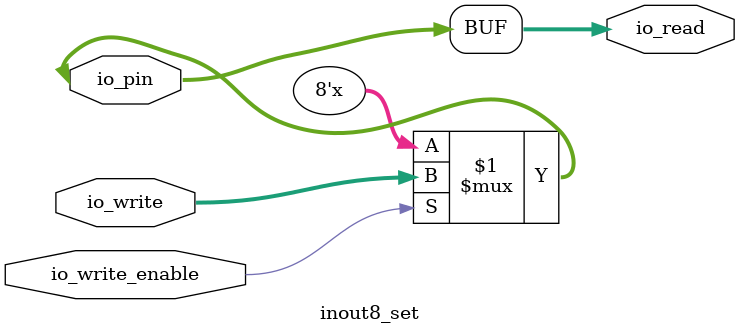
<source format=v>
module inout8_set(     
  inout  [7:0] io_pin,
  input  [7:0] io_write,
  output [7:0] io_read,
  input        io_write_enable
);
  assign io_pin  = io_write_enable ? io_write : 8'hZZ;
  assign io_read = io_pin;
endmodule

</source>
